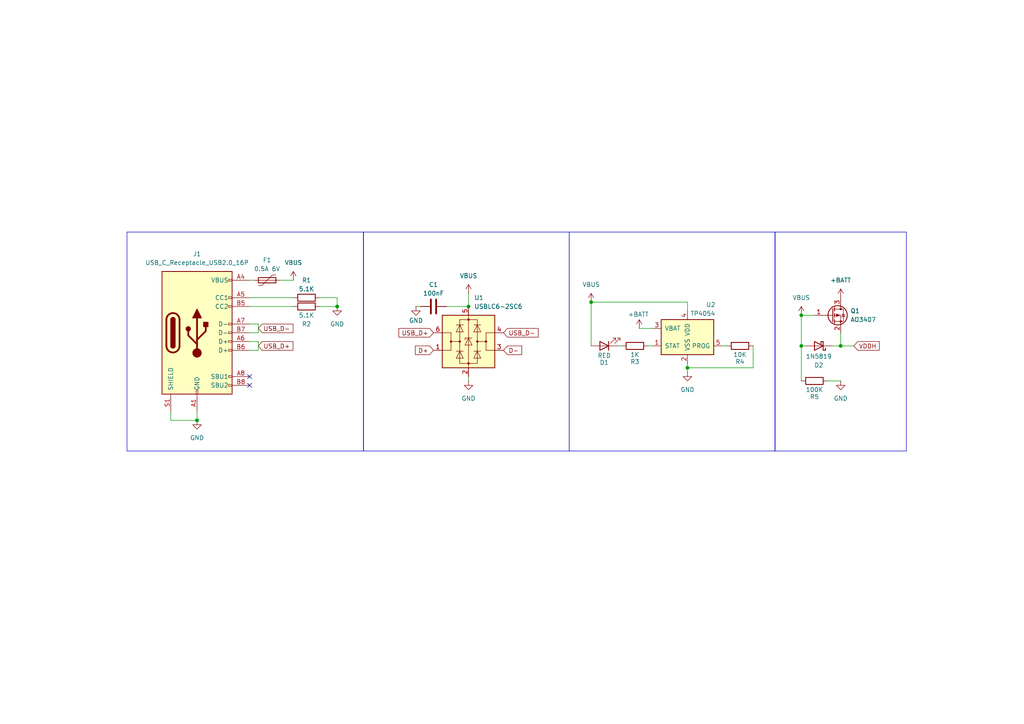
<source format=kicad_sch>
(kicad_sch (version 20250114) (generator "eeschema") (generator_version "9.0")
  (paper "A4")
  (lib_symbols
    (symbol "Device:R" (pin_numbers (hide yes)) (pin_names (offset 0))
      (property "Reference" "R" (at 2.032 0 90))
      (property "Value" "R" (at 0 0 90))
      (symbol "R_0_1"
        (rectangle (start -1.016 -2.54) (end 1.016 2.54) (stroke (width 0.254)))
      )
      (symbol "R_1_1"
        (pin passive line (at 0 3.81 270) (length 1.27) (name "~") (number "1"))
        (pin passive line (at 0 -3.81 90) (length 1.27) (name "~") (number "2"))
      )
    )
    (symbol "Library:GND" (power) (pin_numbers (hide yes)) (pin_names (offset 0) (hide yes))
      (property "Value" "GND" (at 0 -3.81 0))
      (symbol "GND_0_1"
        (polyline (pts (xy 0 0) (xy 0 -1.27) (xy 1.27 -1.27) (xy 0 -2.54) (xy -1.27 -1.27) (xy 0 -1.27)))
      )
      (symbol "GND_1_1"
        (pin power_in line (at 0 0 270) (length 0) (name "~") (number "1"))
      )
    )
    (symbol "Library:Polyfuse" (pin_numbers (hide yes)) (pin_names (offset 0))
      (property "Reference" "F" (at -2.54 0 90))
      (property "Value" "Polyfuse" (at 2.54 0 90))
      (symbol "Polyfuse_0_1"
        (polyline (pts (xy -1.524 2.54) (xy -1.524 1.524) (xy 1.524 -1.524) (xy 1.524 -2.54)))
        (rectangle (start -0.762 2.54) (end 0.762 -2.54) (stroke (width 0.254)))
        (polyline (pts (xy 0 2.54) (xy 0 -2.54)))
      )
      (symbol "Polyfuse_1_1"
        (pin passive line (at 0 3.81 270) (length 1.27) (name "~") (number "1"))
        (pin passive line (at 0 -3.81 90) (length 1.27) (name "~") (number "2"))
      )
    )
    (symbol "PNCATEHO_lowair:+BATT" (power) (pin_numbers (hide yes)) (pin_names (offset 0) (hide yes))
      (property "Value" "+BATT" (at 0 3.556 0))
      (symbol "+BATT_0_1"
        (polyline (pts (xy -0.762 1.27) (xy 0 2.54)))
        (polyline (pts (xy 0 2.54) (xy 0.762 1.27)))
        (polyline (pts (xy 0 0) (xy 0 2.54)))
      )
      (symbol "+BATT_1_1"
        (pin power_in line (at 0 0 90) (length 0) (name "~") (number "1"))
      )
    )
    (symbol "PNCATEHO_lowair:C" (pin_numbers (hide yes)) (pin_names (offset 0.254))
      (property "Reference" "C" (at 0.635 2.54 0))
      (property "Value" "C" (at 0.635 -2.54 0))
      (symbol "C_0_1"
        (polyline (pts (xy -2.032 0.762) (xy 2.032 0.762)) (stroke (width 0.508)))
        (polyline (pts (xy -2.032 -0.762) (xy 2.032 -0.762)) (stroke (width 0.508)))
      )
      (symbol "C_1_1"
        (pin passive line (at 0 3.81 270) (length 2.794) (name "~") (number "1"))
        (pin passive line (at 0 -3.81 90) (length 2.794) (name "~") (number "2"))
      )
    )
    (symbol "PNCATEHO_lowair:D_Schottky" (pin_numbers (hide yes)) (pin_names (offset 1.016) (hide yes))
      (property "Reference" "D" (at 0 2.54 0))
      (property "Value" "D_Schottky" (at 0 -2.54 0))
      (symbol "D_Schottky_0_1"
        (polyline (pts (xy -1.905 0.635) (xy -1.905 1.27) (xy -1.27 1.27) (xy -1.27 -1.27) (xy -0.635 -1.27) (xy -0.635 -0.635)) (stroke (width 0.254)))
        (polyline (pts (xy 1.27 1.27) (xy 1.27 -1.27) (xy -1.27 0) (xy 1.27 1.27)) (stroke (width 0.254)))
        (polyline (pts (xy 1.27 0) (xy -1.27 0)))
      )
      (symbol "D_Schottky_1_1"
        (pin passive line (at -3.81 0 0) (length 2.54) (name "K") (number "1"))
        (pin passive line (at 3.81 0 180) (length 2.54) (name "A") (number "2"))
      )
    )
    (symbol "PNCATEHO_lowair:GND" (power) (pin_numbers (hide yes)) (pin_names (offset 0) (hide yes))
      (property "Value" "GND" (at 0 -3.81 0))
      (symbol "GND_0_1"
        (polyline (pts (xy 0 0) (xy 0 -1.27) (xy 1.27 -1.27) (xy 0 -2.54) (xy -1.27 -1.27) (xy 0 -1.27)))
      )
      (symbol "GND_1_1"
        (pin power_in line (at 0 0 270) (length 0) (name "~") (number "1"))
      )
    )
    (symbol "PNCATEHO_lowair:LED" (pin_numbers (hide yes)) (pin_names (offset 1.016) (hide yes))
      (property "Reference" "D" (at 0 2.54 0))
      (property "Value" "LED" (at 0 -2.54 0))
      (symbol "LED_0_1"
        (polyline (pts (xy -3.048 -0.762) (xy -4.572 -2.286) (xy -3.81 -2.286) (xy -4.572 -2.286) (xy -4.572 -1.524)))
        (polyline (pts (xy -1.778 -0.762) (xy -3.302 -2.286) (xy -2.54 -2.286) (xy -3.302 -2.286) (xy -3.302 -1.524)))
        (polyline (pts (xy -1.27 0) (xy 1.27 0)))
        (polyline (pts (xy -1.27 -1.27) (xy -1.27 1.27)) (stroke (width 0.254)))
        (polyline (pts (xy 1.27 -1.27) (xy 1.27 1.27) (xy -1.27 0) (xy 1.27 -1.27)) (stroke (width 0.254)))
      )
      (symbol "LED_1_1"
        (pin passive line (at -3.81 0 0) (length 2.54) (name "K") (number "1"))
        (pin passive line (at 3.81 0 180) (length 2.54) (name "A") (number "2"))
      )
    )
    (symbol "PNCATEHO_lowair:MCP73832-2-OT" (pin_names (offset 1.016))
      (property "Reference" "U" (at -7.62 6.35 0))
      (property "Value" "MCP73832-2-OT" (at 1.27 6.35 0))
      (symbol "MCP73832-2-OT_0_1"
        (rectangle (start -7.62 5.08) (end 7.62 -5.08) (stroke (width 0.254)) (fill (type background)))
      )
      (symbol "MCP73832-2-OT_1_1"
        (pin input line (at -10.16 -2.54 0) (length 2.54) (name "PROG") (number "5"))
        (pin power_in line (at 0 7.62 270) (length 2.54) (name "VDD") (number "4"))
        (pin power_in line (at 0 -7.62 90) (length 2.54) (name "VSS") (number "2"))
        (pin power_out line (at 10.16 2.54 180) (length 2.54) (name "VBAT") (number "3"))
        (pin output line (at 10.16 -2.54 180) (length 2.54) (name "STAT") (number "1"))
      )
    )
    (symbol "PNCATEHO_lowair:Q_PMOS_GSD" (pin_names (offset 0) (hide yes))
      (property "Reference" "Q" (at 5.08 1.27 0))
      (property "Value" "Q_PMOS_GSD" (at 5.08 -1.27 0))
      (symbol "Q_PMOS_GSD_0_1"
        (polyline (pts (xy 0.254 1.905) (xy 0.254 -1.905)) (stroke (width 0.254)))
        (polyline (pts (xy 0.254 0) (xy -2.54 0)))
        (polyline (pts (xy 0.762 2.286) (xy 0.762 1.27)) (stroke (width 0.254)))
        (polyline (pts (xy 0.762 1.778) (xy 3.302 1.778) (xy 3.302 -1.778) (xy 0.762 -1.778)))
        (polyline (pts (xy 0.762 0.508) (xy 0.762 -0.508)) (stroke (width 0.254)))
        (polyline (pts (xy 0.762 -1.27) (xy 0.762 -2.286)) (stroke (width 0.254)))
        (circle (center 1.651 0) (radius 2.794) (stroke (width 0.254)))
        (polyline (pts (xy 2.286 0) (xy 1.27 0.381) (xy 1.27 -0.381) (xy 2.286 0)) (fill (type outline)))
        (polyline (pts (xy 2.54 2.54) (xy 2.54 1.778)))
        (circle (center 2.54 1.778) (radius 0.254) (fill (type outline)))
        (circle (center 2.54 -1.778) (radius 0.254) (fill (type outline)))
        (polyline (pts (xy 2.54 -2.54) (xy 2.54 0) (xy 0.762 0)))
        (polyline (pts (xy 2.794 -0.508) (xy 2.921 -0.381) (xy 3.683 -0.381) (xy 3.81 -0.254)))
        (polyline (pts (xy 3.302 -0.381) (xy 2.921 0.254) (xy 3.683 0.254) (xy 3.302 -0.381)))
      )
      (symbol "Q_PMOS_GSD_1_1"
        (pin input line (at -5.08 0 0) (length 2.54) (name "G") (number "1"))
        (pin passive line (at 2.54 5.08 270) (length 2.54) (name "D") (number "3"))
        (pin passive line (at 2.54 -5.08 90) (length 2.54) (name "S") (number "2"))
      )
    )
    (symbol "PNCATEHO_lowair:R" (pin_numbers (hide yes)) (pin_names (offset 0))
      (property "Reference" "R" (at 2.032 0 90))
      (property "Value" "R" (at 0 0 90))
      (symbol "R_0_1"
        (rectangle (start -1.016 -2.54) (end 1.016 2.54) (stroke (width 0.254)))
      )
      (symbol "R_1_1"
        (pin passive line (at 0 3.81 270) (length 1.27) (name "~") (number "1"))
        (pin passive line (at 0 -3.81 90) (length 1.27) (name "~") (number "2"))
      )
    )
    (symbol "PNCATEHO_lowair:USBLC6-2SC6" (pin_names (hide yes))
      (property "Reference" "U" (at 2.54 8.89 0))
      (property "Value" "USBLC6-2SC6" (at 2.54 -8.89 0))
      (symbol "USBLC6-2SC6_0_1"
        (rectangle (start -7.62 -7.62) (end 7.62 7.62) (stroke (width 0.254)) (fill (type background)))
        (polyline (pts (xy -5.08 2.54) (xy -7.62 2.54)))
        (circle (center -5.08 0) (radius 0.254) (fill (type outline)))
        (polyline (pts (xy -5.08 0) (xy -5.08 -2.54)))
        (polyline (pts (xy -5.08 -2.54) (xy -7.62 -2.54)))
        (polyline (pts (xy -3.556 2.794) (xy -1.524 2.794) (xy -2.54 4.826) (xy -3.556 2.794)))
        (polyline (pts (xy -3.556 -4.826) (xy -1.524 -4.826) (xy -2.54 -2.794) (xy -3.556 -4.826)))
        (rectangle (start -2.54 6.35) (end 2.54 -6.35))
        (circle (center -2.54 0) (radius 0.254) (fill (type outline)))
        (polyline (pts (xy -2.54 0) (xy -5.08 0) (xy -5.08 2.54)))
        (polyline (pts (xy -1.524 4.826) (xy -3.556 4.826)))
        (polyline (pts (xy -1.524 -2.794) (xy -3.556 -2.794)))
        (polyline (pts (xy -1.016 -1.016) (xy 1.016 -1.016) (xy 0 1.016) (xy -1.016 -1.016)))
        (circle (center 0 6.35) (radius 0.254) (fill (type outline)))
        (polyline (pts (xy 0 6.35) (xy 0 7.62)))
        (polyline (pts (xy 0 1.27) (xy 0 6.35)))
        (polyline (pts (xy 0 -6.35) (xy 0 1.27)))
        (circle (center 0 -6.35) (radius 0.254) (fill (type outline)))
        (polyline (pts (xy 0 -7.62) (xy 0 -6.35)))
        (polyline (pts (xy 1.016 1.016) (xy 0.762 1.016) (xy -1.016 1.016) (xy -1.016 0.508)))
        (polyline (pts (xy 1.524 4.826) (xy 3.556 4.826)))
        (polyline (pts (xy 1.524 -2.794) (xy 3.556 -2.794)))
        (polyline (pts (xy 2.54 0) (xy 5.08 0) (xy 5.08 2.54)))
        (circle (center 2.54 0) (radius 0.254) (fill (type outline)))
        (polyline (pts (xy 3.556 2.794) (xy 1.524 2.794) (xy 2.54 4.826) (xy 3.556 2.794)))
        (polyline (pts (xy 3.556 -4.826) (xy 1.524 -4.826) (xy 2.54 -2.794) (xy 3.556 -4.826)))
        (polyline (pts (xy 5.08 2.54) (xy 7.62 2.54)))
        (polyline (pts (xy 5.08 0) (xy 5.08 -2.54)))
        (circle (center 5.08 0) (radius 0.254) (fill (type outline)))
        (polyline (pts (xy 5.08 -2.54) (xy 7.62 -2.54)))
      )
      (symbol "USBLC6-2SC6_1_1"
        (pin passive line (at -10.16 2.54 0) (length 2.54) (name "I/O1") (number "6"))
        (pin passive line (at -10.16 -2.54 0) (length 2.54) (name "I/O1") (number "1"))
        (pin passive line (at 0 10.16 270) (length 2.54) (name "VBUS") (number "5"))
        (pin passive line (at 0 -10.16 90) (length 2.54) (name "GND") (number "2"))
        (pin passive line (at 10.16 2.54 180) (length 2.54) (name "I/O2") (number "4"))
        (pin passive line (at 10.16 -2.54 180) (length 2.54) (name "I/O2") (number "3"))
      )
    )
    (symbol "PNCATEHO_lowair:USB_C_Receptacle_USB2.0_16P" (pin_names (offset 1.016))
      (property "Reference" "J" (at 0 22.225 0))
      (property "Value" "USB_C_Receptacle_USB2.0_16P" (at 0 19.685 0))
      (symbol "USB_C_Receptacle_USB2.0_16P_0_0"
        (rectangle (start -0.254 -17.78) (end 0.254 -16.764))
        (rectangle (start 10.16 15.494) (end 9.144 14.986))
        (rectangle (start 10.16 10.414) (end 9.144 9.906))
        (rectangle (start 10.16 7.874) (end 9.144 7.366))
        (rectangle (start 10.16 2.794) (end 9.144 2.286))
        (rectangle (start 10.16 0.254) (end 9.144 -0.254))
        (rectangle (start 10.16 -2.286) (end 9.144 -2.794))
        (rectangle (start 10.16 -4.826) (end 9.144 -5.334))
        (rectangle (start 10.16 -12.446) (end 9.144 -12.954))
        (rectangle (start 10.16 -14.986) (end 9.144 -15.494))
      )
      (symbol "USB_C_Receptacle_USB2.0_16P_0_1"
        (rectangle (start -10.16 17.78) (end 10.16 -17.78) (stroke (width 0.254)) (fill (type background)))
        (polyline (pts (xy -8.89 -3.81) (xy -8.89 3.81)) (stroke (width 0.508)))
        (rectangle (start -7.62 -3.81) (end -6.35 3.81) (stroke (width 0.254)) (fill (type outline)))
        (arc (start -7.62 3.81) (mid -6.985 4.4423) (end -6.35 3.81) (stroke (width 0.254)))
        (arc (start -7.62 3.81) (mid -6.985 4.4423) (end -6.35 3.81) (stroke (width 0.254)) (fill (type outline)))
        (arc (start -8.89 3.81) (mid -6.985 5.7067) (end -5.08 3.81) (stroke (width 0.508)))
        (arc (start -5.08 -3.81) (mid -6.985 -5.7067) (end -8.89 -3.81) (stroke (width 0.508)))
        (arc (start -6.35 -3.81) (mid -6.985 -4.4423) (end -7.62 -3.81) (stroke (width 0.254)))
        (arc (start -6.35 -3.81) (mid -6.985 -4.4423) (end -7.62 -3.81) (stroke (width 0.254)) (fill (type outline)))
        (polyline (pts (xy -5.08 3.81) (xy -5.08 -3.81)) (stroke (width 0.508)))
        (circle (center -2.54 1.143) (radius 0.635) (stroke (width 0.254)) (fill (type outline)))
        (polyline (pts (xy -1.27 4.318) (xy 0 6.858) (xy 1.27 4.318) (xy -1.27 4.318)) (stroke (width 0.254)) (fill (type outline)))
        (polyline (pts (xy 0 -2.032) (xy 2.54 0.508) (xy 2.54 1.778)) (stroke (width 0.508)))
        (polyline (pts (xy 0 -3.302) (xy -2.54 -0.762) (xy -2.54 0.508)) (stroke (width 0.508)))
        (polyline (pts (xy 0 -5.842) (xy 0 4.318)) (stroke (width 0.508)))
        (circle (center 0 -5.842) (radius 1.27) (fill (type outline)))
        (rectangle (start 1.905 1.778) (end 3.175 3.048) (stroke (width 0.254)) (fill (type outline)))
      )
      (symbol "USB_C_Receptacle_USB2.0_16P_1_1"
        (pin passive line (at -7.62 -22.86 90) (length 5.08) (name "SHIELD") (number "S1"))
        (pin passive line (at 0 -22.86 90) (length 5.08) (name "GND") (number "A1"))
        (pin passive line (at 0 -22.86 90) (length 5.08) (hide yes) (name "GND") (number "A12"))
        (pin passive line (at 0 -22.86 90) (length 5.08) (hide yes) (name "GND") (number "B1"))
        (pin passive line (at 0 -22.86 90) (length 5.08) (hide yes) (name "GND") (number "B12"))
        (pin passive line (at 15.24 15.24 180) (length 5.08) (name "VBUS") (number "A4"))
        (pin passive line (at 15.24 15.24 180) (length 5.08) (hide yes) (name "VBUS") (number "A9"))
        (pin passive line (at 15.24 15.24 180) (length 5.08) (hide yes) (name "VBUS") (number "B4"))
        (pin passive line (at 15.24 15.24 180) (length 5.08) (hide yes) (name "VBUS") (number "B9"))
        (pin bidirectional line (at 15.24 10.16 180) (length 5.08) (name "CC1") (number "A5"))
        (pin bidirectional line (at 15.24 7.62 180) (length 5.08) (name "CC2") (number "B5"))
        (pin bidirectional line (at 15.24 2.54 180) (length 5.08) (name "D-") (number "A7"))
        (pin bidirectional line (at 15.24 0 180) (length 5.08) (name "D-") (number "B7"))
        (pin bidirectional line (at 15.24 -2.54 180) (length 5.08) (name "D+") (number "A6"))
        (pin bidirectional line (at 15.24 -5.08 180) (length 5.08) (name "D+") (number "B6"))
        (pin bidirectional line (at 15.24 -12.7 180) (length 5.08) (name "SBU1") (number "A8"))
        (pin bidirectional line (at 15.24 -15.24 180) (length 5.08) (name "SBU2") (number "B8"))
      )
    )
    (symbol "PNCATEHO_lowair:VBUS" (power) (pin_numbers (hide yes)) (pin_names (offset 0) (hide yes))
      (property "Value" "VBUS" (at 0 3.556 0))
      (symbol "VBUS_0_1"
        (polyline (pts (xy -0.762 1.27) (xy 0 2.54)))
        (polyline (pts (xy 0 2.54) (xy 0.762 1.27)))
        (polyline (pts (xy 0 0) (xy 0 2.54)))
      )
      (symbol "VBUS_1_1"
        (pin power_in line (at 0 0 90) (length 0) (name "~") (number "1"))
      )
    )
  )
  (rectangle (start 165.1 67.31) (end 224.79 130.81))
  (rectangle (start 105.41 67.31) (end 165.1 130.81))
  (rectangle (start 36.83 67.31) (end 105.41 130.81))
  (rectangle (start 224.79 67.31) (end 262.89 130.81))
  (junction (at 97.79 88.9))
  (junction (at 232.41 100.33))
  (junction (at 199.39 106.68))
  (junction (at 135.89 88.9))
  (junction (at 171.45 87.63))
  (junction (at 243.84 100.33))
  (junction (at 232.41 91.44))
  (junction (at 57.15 121.92))
  (no_connect (at 72.39 109.22))
  (no_connect (at 72.39 111.76))
  (wire (pts (xy 92.71 86.36) (xy 97.79 86.36)))
  (wire (pts (xy 243.84 96.52) (xy 243.84 100.33)))
  (wire (pts (xy 72.39 101.6) (xy 74.93 101.6)))
  (wire (pts (xy 199.39 106.68) (xy 199.39 107.95)))
  (wire (pts (xy 57.15 119.38) (xy 57.15 121.92)))
  (wire (pts (xy 120.65 88.9) (xy 121.92 88.9)))
  (wire (pts (xy 210.82 100.33) (xy 209.55 100.33)))
  (wire (pts (xy 85.09 81.28) (xy 81.28 81.28)))
  (wire (pts (xy 185.42 95.25) (xy 189.23 95.25)))
  (wire (pts (xy 72.39 96.52) (xy 74.93 96.52)))
  (wire (pts (xy 233.68 100.33) (xy 232.41 100.33)))
  (wire (pts (xy 199.39 105.41) (xy 199.39 106.68)))
  (wire (pts (xy 218.44 106.68) (xy 199.39 106.68)))
  (wire (pts (xy 85.09 86.36) (xy 72.39 86.36)))
  (wire (pts (xy 243.84 100.33) (xy 247.65 100.33)))
  (wire (pts (xy 135.89 85.09) (xy 135.89 88.9)))
  (wire (pts (xy 135.89 110.49) (xy 135.89 109.22)))
  (wire (pts (xy 171.45 87.63) (xy 171.45 100.33)))
  (wire (pts (xy 187.96 100.33) (xy 189.23 100.33)))
  (wire (pts (xy 73.66 81.28) (xy 72.39 81.28)))
  (wire (pts (xy 199.39 87.63) (xy 199.39 90.17)))
  (wire (pts (xy 232.41 100.33) (xy 232.41 110.49)))
  (wire (pts (xy 49.53 121.92) (xy 49.53 119.38)))
  (wire (pts (xy 57.15 121.92) (xy 49.53 121.92)))
  (wire (pts (xy 74.93 99.06) (xy 74.93 101.6)))
  (wire (pts (xy 129.54 88.9) (xy 135.89 88.9)))
  (wire (pts (xy 72.39 99.06) (xy 74.93 99.06)))
  (wire (pts (xy 85.09 88.9) (xy 72.39 88.9)))
  (wire (pts (xy 97.79 86.36) (xy 97.79 88.9)))
  (wire (pts (xy 179.07 100.33) (xy 180.34 100.33)))
  (wire (pts (xy 171.45 87.63) (xy 199.39 87.63)))
  (wire (pts (xy 241.3 100.33) (xy 243.84 100.33)))
  (wire (pts (xy 97.79 88.9) (xy 92.71 88.9)))
  (wire (pts (xy 232.41 91.44) (xy 232.41 100.33)))
  (wire (pts (xy 243.84 110.49) (xy 240.03 110.49)))
  (wire (pts (xy 218.44 100.33) (xy 218.44 106.68)))
  (wire (pts (xy 236.22 91.44) (xy 232.41 91.44)))
  (wire (pts (xy 72.39 93.98) (xy 74.93 93.98)))
  (wire (pts (xy 74.93 93.98) (xy 74.93 96.52)))
  (global_label "VDDH" (shape input) (at 247.65 100.33 0) (property "Intersheetrefs" "${INTERSHEET_REFS}" (effects (hide yes))))
  (global_label "D-" (shape input) (at 146.05 101.6 0) (property "Intersheetrefs" "${INTERSHEET_REFS}" (effects (hide yes))))
  (global_label "USB_D-" (shape input) (at 146.05 96.52 0) (property "Intersheetrefs" "${INTERSHEET_REFS}" (effects (hide yes))))
  (global_label "D+" (shape input) (at 125.73 101.6 180) (property "Intersheetrefs" "${INTERSHEET_REFS}" (effects (hide yes))))
  (global_label "USB_D+" (shape input) (at 125.73 96.52 180) (property "Intersheetrefs" "${INTERSHEET_REFS}" (effects (hide yes))))
  (global_label "USB_D+" (shape input) (at 74.93 100.33 0) (property "Intersheetrefs" "${INTERSHEET_REFS}" (effects (hide yes))))
  (global_label "USB_D-" (shape input) (at 74.93 95.25 0) (property "Intersheetrefs" "${INTERSHEET_REFS}" (effects (hide yes))))
  (symbol (lib_id "PNCATEHO_lowair:R") (at 184.15 100.33 270) (unit 1)
    (property "Reference" "R3" (at 184.15 104.902 90))
    (property "Value" "1K" (at 184.15 102.87 90))
    (property "Description" "Resistor" (effects (hide yes)))
  )
  (symbol (lib_id "PNCATEHO_lowair:D_Schottky") (at 237.49 100.33 180) (unit 1)
    (property "Reference" "D2" (at 237.49 105.918 0))
    (property "Value" "1N5819" (at 237.49 103.378 0))
    (property "Description" "Schottky diode" (effects (hide yes)))
  )
  (symbol (lib_id "Device:R") (at 88.9 88.9 270) (unit 1)
    (property "Reference" "R2" (at 88.9 93.98 90))
    (property "Value" "5.1K" (at 88.9 91.44 90))
    (property "Description" "Resistor" (effects (hide yes)))
  )
  (symbol (lib_id "PNCATEHO_lowair:VBUS") (at 171.45 87.63 0) (unit 1)
    (property "Reference" "#PWR011" (effects (hide yes)))
    (property "Value" "VBUS" (at 171.45 82.55 0))
    (property "Description" "Power symbol creates a global label with name \"VBUS\"" (effects (hide yes)))
  )
  (symbol (lib_id "Library:GND") (at 120.65 88.9 0) (unit 1)
    (property "Reference" "#PWR05" (effects (hide yes)))
    (property "Value" "GND" (at 120.65 92.964 0))
    (property "Description" "Global ground symbol" (effects (hide yes)))
  )
  (symbol (lib_id "PNCATEHO_lowair:MCP73832-2-OT") (at 199.39 97.79 0) (mirror y) (unit 1)
    (property "Reference" "U2" (at 207.518 88.392 0) (effects (justify left)))
    (property "Value" "TP4054" (at 207.518 90.932 0) (effects (justify left)))
    (property "Footprint" "Package_TO_SOT_SMD:SOT-23-5" (effects (hide yes)))
    (property "Datasheet" "http://ww1.microchip.com/downloads/en/DeviceDoc/20001984g.pdf" (effects (hide yes)))
    (property "Description" "Single cell, Li-Ion/Li-Po charge management controller, 4.20V, Open-Drain Status Output, in SOT23-5 package" (effects (hide yes)))
  )
  (symbol (lib_id "PNCATEHO_lowair:R") (at 214.63 100.33 270) (unit 1)
    (property "Reference" "R4" (at 214.63 104.902 90))
    (property "Value" "10K" (at 214.63 102.87 90))
    (property "Description" "Resistor" (effects (hide yes)))
  )
  (symbol (lib_id "PNCATEHO_lowair:Q_PMOS_GSD") (at 241.3 91.44 0) (unit 1)
    (property "Reference" "Q1" (at 246.634 90.17 0) (effects (justify left)))
    (property "Value" "AO3407" (at 246.634 92.71 0) (effects (justify left)))
    (property "Description" "P-MOSFET transistor, gate/source/drain" (effects (hide yes)))
  )
  (symbol (lib_id "Library:GND") (at 135.89 110.49 0) (unit 1)
    (property "Reference" "#PWR04" (effects (hide yes)))
    (property "Value" "GND" (at 135.89 115.57 0))
    (property "Description" "Global ground symbol" (effects (hide yes)))
  )
  (symbol (lib_id "PNCATEHO_lowair:+BATT") (at 243.84 86.36 0) (unit 1)
    (property "Reference" "#PWR07" (effects (hide yes)))
    (property "Value" "+BATT" (at 243.84 81.28 0))
    (property "Description" "Power symbol creates a global label with name \"+BATT\"" (effects (hide yes)))
  )
  (symbol (lib_id "PNCATEHO_lowair:GND") (at 243.84 110.49 0) (unit 1)
    (property "Reference" "#PWR012" (effects (hide yes)))
    (property "Value" "GND" (at 243.84 115.57 0))
    (property "Description" "Power symbol creates a global label with name \"GND\" , ground" (effects (hide yes)))
  )
  (symbol (lib_id "PNCATEHO_lowair:VBUS") (at 85.09 81.28 0) (unit 1)
    (property "Reference" "#PWR03" (effects (hide yes)))
    (property "Value" "VBUS" (at 85.09 76.2 0))
    (property "Description" "Power symbol creates a global label with name \"VBUS\"" (effects (hide yes)))
  )
  (symbol (lib_id "PNCATEHO_lowair:C") (at 125.73 88.9 90) (unit 1)
    (property "Reference" "C1" (at 125.73 82.55 90))
    (property "Value" "100nF" (at 125.73 85.09 90))
    (property "Description" "Unpolarized capacitor" (effects (hide yes)))
  )
  (symbol (lib_id "PNCATEHO_lowair:GND") (at 97.79 88.9 0) (unit 1)
    (property "Reference" "#PWR02" (effects (hide yes)))
    (property "Value" "GND" (at 97.79 93.98 0))
    (property "Description" "Power symbol creates a global label with name \"GND\" , ground" (effects (hide yes)))
  )
  (symbol (lib_id "PNCATEHO_lowair:USBLC6-2SC6") (at 135.89 99.06 0) (unit 1)
    (property "Reference" "U1" (at 137.5411 86.36 0) (effects (justify left)))
    (property "Value" "USBLC6-2SC6" (at 137.5411 88.9 0) (effects (justify left)))
    (property "Footprint" "Package_TO_SOT_SMD:SOT-23-6" (effects (hide yes)))
    (property "Datasheet" "https://www.st.com/resource/en/datasheet/usblc6-2.pdf" (effects (hide yes)))
    (property "Description" "Very low capacitance ESD protection diode, 2 data-line, SOT-23-6" (effects (hide yes)))
  )
  (symbol (lib_id "PNCATEHO_lowair:+BATT") (at 185.42 95.25 0) (unit 1)
    (property "Reference" "#PWR09" (effects (hide yes)))
    (property "Value" "+BATT" (at 185.166 91.186 0))
    (property "Description" "Power symbol creates a global label with name \"+BATT\"" (effects (hide yes)))
  )
  (symbol (lib_id "PNCATEHO_lowair:VBUS") (at 135.89 85.09 0) (unit 1)
    (property "Reference" "#PWR06" (effects (hide yes)))
    (property "Value" "VBUS" (at 135.89 80.01 0))
    (property "Description" "Power symbol creates a global label with name \"VBUS\"" (effects (hide yes)))
  )
  (symbol (lib_id "PNCATEHO_lowair:R") (at 236.22 110.49 270) (unit 1)
    (property "Reference" "R5" (at 236.22 115.062 90))
    (property "Value" "100K" (at 236.22 113.03 90))
    (property "Description" "Resistor" (effects (hide yes)))
  )
  (symbol (lib_id "Library:Polyfuse") (at 77.47 81.28 90) (unit 1)
    (property "Reference" "F1" (at 77.47 75.438 90))
    (property "Value" "0.5А 6V" (at 77.47 77.978 90))
    (property "Description" "Resettable fuse, polymeric positive temperature coefficient" (effects (hide yes)))
  )
  (symbol (lib_id "PNCATEHO_lowair:USB_C_Receptacle_USB2.0_16P") (at 57.15 96.52 0) (unit 1)
    (property "Reference" "J1" (at 57.15 73.66 0))
    (property "Value" "USB_C_Receptacle_USB2.0_16P" (at 57.15 76.2 0))
    (property "Datasheet" "https://www.usb.org/sites/default/files/documents/usb_type-c.zip" (effects (hide yes)))
    (property "Description" "USB 2.0-only 16P Type-C Receptacle connector" (effects (hide yes)))
  )
  (symbol (lib_id "Device:R") (at 88.9 86.36 270) (unit 1)
    (property "Reference" "R1" (at 88.9 81.28 90))
    (property "Value" "5.1K" (at 88.9 83.82 90))
    (property "Description" "Resistor" (effects (hide yes)))
  )
  (symbol (lib_id "PNCATEHO_lowair:GND") (at 57.15 121.92 0) (unit 1)
    (property "Reference" "#PWR01" (effects (hide yes)))
    (property "Value" "GND" (at 57.15 127 0))
    (property "Description" "Power symbol creates a global label with name \"GND\" , ground" (effects (hide yes)))
  )
  (symbol (lib_id "PNCATEHO_lowair:GND") (at 199.39 107.95 0) (unit 1)
    (property "Reference" "#PWR08" (effects (hide yes)))
    (property "Value" "GND" (at 199.39 113.03 0))
    (property "Description" "Power symbol creates a global label with name \"GND\" , ground" (effects (hide yes)))
  )
  (symbol (lib_id "PNCATEHO_lowair:LED") (at 175.26 100.33 180) (unit 1)
    (property "Reference" "D1" (at 175.26 105.156 0))
    (property "Value" "RED" (at 175.26 103.124 0))
    (property "Description" "Light emitting diode" (effects (hide yes)))
    (property "Sim.Pins" "1=K 2=A" (effects (hide yes)))
  )
  (symbol (lib_id "PNCATEHO_lowair:VBUS") (at 232.41 91.44 0) (unit 1)
    (property "Reference" "#PWR010" (effects (hide yes)))
    (property "Value" "VBUS" (at 232.41 86.36 0))
    (property "Description" "Power symbol creates a global label with name \"VBUS\"" (effects (hide yes)))
  )
)
</source>
